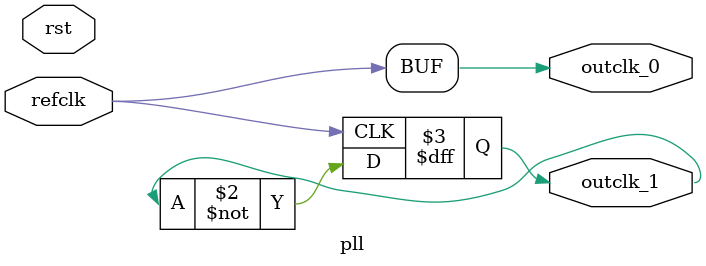
<source format=v>

module pll(
    input refclk,
    input rst,

    output outclk_0,
    output reg outclk_1
);

assign outclk_0 = refclk; // 50

always @(posedge refclk)
  outclk_1 = ~outclk_1;

endmodule
</source>
